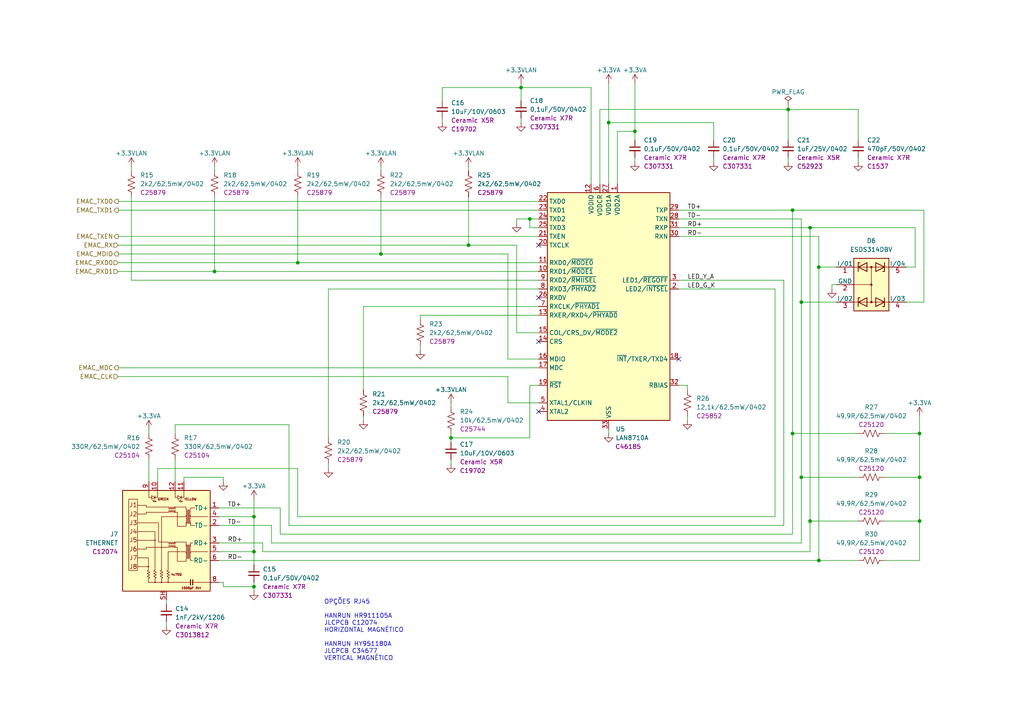
<source format=kicad_sch>
(kicad_sch (version 20231120) (generator "eeschema") (generator_version "8.0")
  (paper "A4")
  (title_block (title "ESP 16x 24VDC Input 16x 24VDC Output Module") (date "2024-11-06") (rev "V3"))
  (lib_symbols
    (symbol "Device:C_Small" (pin_numbers hide) (pin_names (offset 0.254) hide)
      (property "Reference" "C" (at 0.254 1.778 0))
      (property "Value" "C_Small" (at 0.254 -2.032 0))
      (symbol "C_Small_0_1"
        (polyline (pts (xy -1.524 -0.508) (xy 1.524 -0.508)) (stroke (width 0.3302)))
        (polyline (pts (xy -1.524 0.508) (xy 1.524 0.508)) (stroke (width 0.3048)))
      )
      (symbol "C_Small_1_1"
        (pin passive line (at 0 2.54 270) (length 2.032) (name "~") (number "1"))
        (pin passive line (at 0 -2.54 90) (length 2.032) (name "~") (number "2"))
      )
    )
    (symbol "Device:R_US" (pin_numbers hide) (pin_names (offset 0))
      (property "Reference" "R" (at 2.54 0 90))
      (property "Value" "R_US" (at -2.54 0 90))
      (symbol "R_US_0_1"
        (polyline (pts (xy 0 -2.286) (xy 0 -2.54)))
        (polyline (pts (xy 0 2.286) (xy 0 2.54)))
        (polyline (pts (xy 0 -0.762) (xy 1.016 -1.143) (xy 0 -1.524) (xy -1.016 -1.905) (xy 0 -2.286)))
        (polyline (pts (xy 0 0.762) (xy 1.016 0.381) (xy 0 0) (xy -1.016 -0.381) (xy 0 -0.762)))
        (polyline (pts (xy 0 2.286) (xy 1.016 1.905) (xy 0 1.524) (xy -1.016 1.143) (xy 0 0.762)))
      )
      (symbol "R_US_1_1"
        (pin passive line (at 0 3.81 270) (length 1.27) (name "~") (number "1"))
        (pin passive line (at 0 -3.81 90) (length 1.27) (name "~") (number "2"))
      )
    )
    (symbol "Interface_Ethernet:LAN8710A"
      (property "Reference" "U" (at -13.97 34.29 0))
      (property "Value" "LAN8710A" (at 17.78 34.29 0))
      (symbol "LAN8710A_0_1"
        (rectangle (start -17.78 33.02) (end 17.78 -33.02) (stroke (width 0.254)) (fill (type background)))
      )
      (symbol "LAN8710A_1_1"
        (pin power_in line (at 2.54 35.56 270) (length 2.54) (name "VDD2A") (number "1"))
        (pin bidirectional line (at -20.32 10.16 0) (length 2.54) (name "RXD1/~{MODE1}") (number "10"))
        (pin bidirectional line (at -20.32 12.7 0) (length 2.54) (name "RXD0/~{MODE0}") (number "11"))
        (pin power_in line (at -5.08 35.56 270) (length 2.54) (name "VDDIO") (number "12"))
        (pin bidirectional line (at -20.32 -2.54 0) (length 2.54) (name "RXER/RXD4/~{PHYAD0}") (number "13"))
        (pin output line (at -20.32 -10.16 0) (length 2.54) (name "CRS") (number "14"))
        (pin bidirectional line (at -20.32 -7.62 0) (length 2.54) (name "COL/CRS_DV/~{MODE2}") (number "15"))
        (pin bidirectional line (at -20.32 -15.24 0) (length 2.54) (name "MDIO") (number "16"))
        (pin input line (at -20.32 -17.78 0) (length 2.54) (name "MDC") (number "17"))
        (pin bidirectional line (at 20.32 -15.24 180) (length 2.54) (name "~{INT}/TXER/TXD4") (number "18"))
        (pin input line (at -20.32 -22.86 0) (length 2.54) (name "~{RST}") (number "19"))
        (pin bidirectional line (at 20.32 5.08 180) (length 2.54) (name "LED2/~{INTSEL}") (number "2"))
        (pin output line (at -20.32 17.78 0) (length 2.54) (name "TXCLK") (number "20"))
        (pin input line (at -20.32 20.32 0) (length 2.54) (name "TXEN") (number "21"))
        (pin input line (at -20.32 30.48 0) (length 2.54) (name "TXD0") (number "22"))
        (pin input line (at -20.32 27.94 0) (length 2.54) (name "TXD1") (number "23"))
        (pin input line (at -20.32 25.4 0) (length 2.54) (name "TXD2") (number "24"))
        (pin input line (at -20.32 22.86 0) (length 2.54) (name "TXD3") (number "25"))
        (pin output line (at -20.32 2.54 0) (length 2.54) (name "RXDV") (number "26"))
        (pin power_in line (at 0 35.56 270) (length 2.54) (name "VDD1A") (number "27"))
        (pin bidirectional line (at 20.32 25.4 180) (length 2.54) (name "TXN") (number "28"))
        (pin bidirectional line (at 20.32 27.94 180) (length 2.54) (name "TXP") (number "29"))
        (pin bidirectional line (at 20.32 7.62 180) (length 2.54) (name "LED1/~{REGOFF}") (number "3"))
        (pin bidirectional line (at 20.32 20.32 180) (length 2.54) (name "RXN") (number "30"))
        (pin bidirectional line (at 20.32 22.86 180) (length 2.54) (name "RXP") (number "31"))
        (pin passive line (at 20.32 -22.86 180) (length 2.54) (name "RBIAS") (number "32"))
        (pin power_in line (at 0 -35.56 90) (length 2.54) (name "VSS") (number "33"))
        (pin output line (at -20.32 -30.48 0) (length 2.54) (name "XTAL2") (number "4"))
        (pin input line (at -20.32 -27.94 0) (length 2.54) (name "XTAL1/CLKIN") (number "5"))
        (pin power_in line (at -2.54 35.56 270) (length 2.54) (name "VDDCR") (number "6"))
        (pin bidirectional line (at -20.32 0 0) (length 2.54) (name "RXCLK/~{PHYAD1}") (number "7"))
        (pin bidirectional line (at -20.32 5.08 0) (length 2.54) (name "RXD3/~{PHYAD2}") (number "8"))
        (pin bidirectional line (at -20.32 7.62 0) (length 2.54) (name "RXD2/~{RMIISEL}") (number "9"))
      )
    )
    (symbol "Tales:+3.3VLAN" (power) (pin_names (offset 0))
      (property "Value" "+3.3VLAN" (at 0 3.556 0))
      (symbol "+3.3VLAN_0_1"
        (polyline (pts (xy -0.762 1.27) (xy 0 2.54)))
        (polyline (pts (xy 0 0) (xy 0 2.54)))
        (polyline (pts (xy 0 2.54) (xy 0.762 1.27)))
      )
      (symbol "+3.3VLAN_1_1"
        (pin power_in line (at 0 0 90) (length 0) hide (name "+3.3VLAN") (number "1"))
      )
    )
    (symbol "Tales:ESDS314DBV" (pin_names (offset 0))
      (property "Reference" "D" (at 0 12.7 0))
      (property "Value" "ESDS314DBV" (at 0 10.16 0))
      (symbol "ESDS314DBV_0_1"
        (rectangle (start -5.08 7.62) (end 5.08 -7.62) (stroke (width 0.254)) (fill (type background)))
        (circle (center 0 -5.08) (radius 0.254) (fill (type outline)))
        (polyline (pts (xy -5.08 -5.08) (xy 5.08 -5.08)))
        (polyline (pts (xy -5.08 0) (xy 0 0)))
        (polyline (pts (xy -5.08 5.08) (xy 5.08 5.08)))
        (polyline (pts (xy 0 -5.08) (xy 0 5.08)))
        (polyline (pts (xy -3.81 -6.35) (xy -3.81 -3.81) (xy -3.302 -3.81)) (stroke (width 0.254)))
        (polyline (pts (xy -3.81 3.81) (xy -3.81 6.35) (xy -3.302 6.35)) (stroke (width 0.254)))
        (polyline (pts (xy 3.81 -3.81) (xy 3.81 -6.35) (xy 3.302 -6.35)) (stroke (width 0.254)))
        (polyline (pts (xy 3.81 6.35) (xy 3.81 3.81) (xy 3.302 3.81)) (stroke (width 0.254)))
        (polyline (pts (xy -1.27 -6.35) (xy -3.81 -5.08) (xy -1.27 -3.81) (xy -1.27 -6.35) (xy -1.27 -6.35) (xy -1.27 -6.35)) (stroke (width 0.254)))
        (polyline (pts (xy -1.27 3.81) (xy -3.81 5.08) (xy -1.27 6.35) (xy -1.27 3.81) (xy -1.27 3.81) (xy -1.27 3.81)) (stroke (width 0.254)))
        (polyline (pts (xy 1.27 -3.81) (xy 3.81 -5.08) (xy 1.27 -6.35) (xy 1.27 -3.81) (xy 1.27 -3.81) (xy 1.27 -3.81)) (stroke (width 0.254)))
        (polyline (pts (xy 1.27 6.35) (xy 3.81 5.08) (xy 1.27 3.81) (xy 1.27 6.35) (xy 1.27 6.35) (xy 1.27 6.35)) (stroke (width 0.254)))
        (circle (center 0 0) (radius 0.254) (fill (type outline)))
        (circle (center 0 5.08) (radius 0.254) (fill (type outline)))
        (pin passive line (at -10.16 5.08 0) (length 5.08) (name "I/01") (number "1"))
        (pin passive line (at -10.16 0 0) (length 5.08) (name "GND") (number "2"))
        (pin passive line (at -10.16 -5.08 0) (length 5.08) (name "I/02") (number "3"))
        (pin passive line (at 10.16 -5.08 180) (length 5.08) (name "I/03") (number "4"))
        (pin passive line (at 10.16 5.08 180) (length 5.08) (name "I/04") (number "5"))
      )
    )
    (symbol "Tales:RJ45_HanRun_HR911105A"
      (property "Reference" "J" (at 12.7 13.97 0))
      (property "Value" "RJ45_HanRun_HR911105A" (at 0 -17.78 0))
      (symbol "RJ45_HanRun_HR911105A_0_0"
        (rectangle (start -12.7 12.7) (end 12.7 -16.51) (stroke (width 0.254)) (fill (type background)))
        (polyline (pts (xy -5.207 -9.398) (xy -8.382 -9.398)))
        (polyline (pts (xy -3.302 -13.97) (xy -3.302 -12.827)))
        (polyline (pts (xy -3.302 -1.778) (xy -8.382 -1.778)))
        (polyline (pts (xy -1.397 -13.97) (xy -1.397 -12.827)))
        (polyline (pts (xy 0.508 -13.97) (xy 0.508 -12.827)))
        (polyline (pts (xy 7.62 -13.97) (xy 12.7 -13.97)))
        (polyline (pts (xy 11.938 -5.08) (xy 6.985 -5.08)))
        (polyline (pts (xy 11.938 5.08) (xy 6.985 5.08)))
        (polyline (pts (xy -1.397 -10.414) (xy -1.397 5.08) (xy 5.715 5.08)))
        (polyline (pts (xy 0.508 -10.414) (xy 0.508 -5.08) (xy 5.715 -5.08)))
        (polyline (pts (xy 6.985 -13.97) (xy -5.207 -13.97) (xy -5.207 -12.827)))
        (polyline (pts (xy 0.635 -2.286) (xy -2.286 -2.286) (xy -2.286 3.302) (xy -8.382 3.302)))
        (polyline (pts (xy 0.635 7.874) (xy -5.842 7.874) (xy -5.842 8.382) (xy -8.382 8.382)))
        (text "1000pF 2kV" (at 7.239 -15.621 0) (effects (font (size 0.635 0.635))))
        (text "4x75Ω" (at 2.921 -11.684 0) (effects (font (size 0.635 0.635))))
        (text "GREEN" (at -2.54 10.16 0) (effects (font (size 0.635 0.635)) (justify left)))
        (text "J1" (at -10.795 8.509 0) (effects (font (size 1.27 1.27)) (justify left)))
        (text "J2" (at -10.795 5.842 0) (effects (font (size 1.27 1.27)) (justify left)))
        (text "J3" (at -10.795 3.302 0) (effects (font (size 1.27 1.27)) (justify left)))
        (text "J4" (at -10.795 0.762 0) (effects (font (size 1.27 1.27)) (justify left)))
        (text "J5" (at -10.795 -1.651 0) (effects (font (size 1.27 1.27)) (justify left)))
        (text "J6" (at -10.795 -4.318 0) (effects (font (size 1.27 1.27)) (justify left)))
        (text "J7" (at -10.795 -6.858 0) (effects (font (size 1.27 1.27)) (justify left)))
        (text "J8" (at -10.795 -9.398 0) (effects (font (size 1.27 1.27)) (justify left)))
        (text "YELLOW" (at 5.08 10.16 0) (effects (font (size 0.635 0.635)) (justify left)))
      )
      (symbol "RJ45_HanRun_HR911105A_0_1"
        (rectangle (start -8.382 -10.541) (end -10.922 10.16))
        (circle (center -5.207 -9.398) (radius 0.127) (fill (type outline)))
        (circle (center -3.302 -13.97) (radius 0.127) (fill (type outline)))
        (circle (center -3.302 -1.778) (radius 0.127) (fill (type outline)))
        (circle (center -1.397 -13.97) (radius 0.127) (fill (type outline)))
        (polyline (pts (xy -3.556 9.398) (xy -4.064 9.906)))
        (polyline (pts (xy -3.302 11.176) (xy -3.302 10.16)))
        (polyline (pts (xy -3.048 9.398) (xy -3.556 9.906)))
        (polyline (pts (xy 0.635 -3.302) (xy 2.667 -3.302)))
        (polyline (pts (xy 0.635 6.858) (xy 2.667 6.858)))
        (polyline (pts (xy 2.667 -2.794) (xy 0.635 -2.794)))
        (polyline (pts (xy 2.667 7.366) (xy 0.635 7.366)))
        (polyline (pts (xy 4.064 9.398) (xy 3.556 9.906)))
        (polyline (pts (xy 4.318 11.176) (xy 4.318 10.16)))
        (polyline (pts (xy 4.572 9.398) (xy 4.064 9.906)))
        (polyline (pts (xy 6.223 -3.048) (xy 6.223 -7.112)))
        (polyline (pts (xy 6.223 7.112) (xy 6.223 3.048)))
        (polyline (pts (xy 6.477 -7.112) (xy 6.477 -3.048)))
        (polyline (pts (xy 6.477 3.048) (xy 6.477 7.112)))
        (polyline (pts (xy 6.985 -14.732) (xy 6.985 -13.208)) (stroke (width 0.3048)))
        (polyline (pts (xy 7.62 -14.732) (xy 7.62 -13.208)) (stroke (width 0.3048)))
        (polyline (pts (xy -5.207 -10.414) (xy -5.207 -6.858) (xy -8.382 -6.858)))
        (polyline (pts (xy -5.08 12.7) (xy -5.08 10.668) (xy -4.318 10.668)))
        (polyline (pts (xy -3.556 9.652) (xy -3.556 9.398) (xy -3.81 9.398)))
        (polyline (pts (xy -3.302 -10.414) (xy -3.302 0.762) (xy -8.382 0.762)))
        (polyline (pts (xy -3.048 9.652) (xy -3.048 9.398) (xy -3.302 9.398)))
        (polyline (pts (xy -2.54 12.7) (xy -2.54 10.668) (xy -3.302 10.668)))
        (polyline (pts (xy 2.54 12.7) (xy 2.54 10.668) (xy 3.302 10.668)))
        (polyline (pts (xy 2.667 -2.286) (xy 5.715 -2.286) (xy 5.715 -3.048)))
        (polyline (pts (xy 2.667 7.874) (xy 5.715 7.874) (xy 5.715 7.112)))
        (polyline (pts (xy 4.064 9.652) (xy 4.064 9.398) (xy 3.81 9.398)))
        (polyline (pts (xy 4.572 9.652) (xy 4.572 9.398) (xy 4.318 9.398)))
        (polyline (pts (xy 5.08 12.7) (xy 5.08 10.668) (xy 4.318 10.668)))
        (polyline (pts (xy 6.985 -7.112) (xy 6.985 -7.62) (xy 7.62 -7.62)))
        (polyline (pts (xy 6.985 -3.048) (xy 6.985 -2.54) (xy 7.62 -2.54)))
        (polyline (pts (xy 6.985 3.048) (xy 6.985 2.54) (xy 8.255 2.54)))
        (polyline (pts (xy 6.985 7.112) (xy 6.985 7.62) (xy 8.255 7.62)))
        (polyline (pts (xy -3.302 10.668) (xy -4.318 11.176) (xy -4.318 10.16) (xy -3.302 10.668)))
        (polyline (pts (xy 0.635 -3.81) (xy -5.842 -3.81) (xy -5.842 -4.318) (xy -8.382 -4.318)))
        (polyline (pts (xy 0.635 6.35) (xy -5.842 6.35) (xy -5.842 5.842) (xy -8.382 5.842)))
        (polyline (pts (xy 4.318 10.668) (xy 3.302 11.176) (xy 3.302 10.16) (xy 4.318 10.668)))
        (polyline (pts (xy 5.715 -7.112) (xy 5.715 -7.874) (xy 3.175 -7.874) (xy 3.175 -3.81) (xy 2.667 -3.81)))
        (polyline (pts (xy 5.715 3.048) (xy 5.715 2.286) (xy 3.175 2.286) (xy 3.175 6.35) (xy 2.667 6.35)))
        (polyline (pts (xy -5.207 -12.827) (xy -4.826 -12.573) (xy -5.588 -12.192) (xy -4.826 -11.811) (xy -5.588 -11.43) (xy -4.826 -11.049) (xy -5.588 -10.668) (xy -5.207 -10.414)))
        (polyline (pts (xy -3.302 -12.827) (xy -2.921 -12.573) (xy -3.683 -12.192) (xy -2.921 -11.811) (xy -3.683 -11.43) (xy -2.921 -11.049) (xy -3.683 -10.668) (xy -3.302 -10.414)))
        (polyline (pts (xy -1.397 -12.827) (xy -1.016 -12.573) (xy -1.778 -12.192) (xy -1.016 -11.811) (xy -1.778 -11.43) (xy -1.016 -11.049) (xy -1.778 -10.668) (xy -1.397 -10.414)))
        (polyline (pts (xy 0.508 -12.827) (xy 0.889 -12.573) (xy 0.127 -12.192) (xy 0.889 -11.811) (xy 0.127 -11.43) (xy 0.889 -11.049) (xy 0.127 -10.668) (xy 0.508 -10.414)))
        (circle (center 0.508 -13.97) (radius 0.127) (fill (type outline)))
        (arc (start 0.635 -2.286) (mid 0.889 -2.5389) (end 1.143 -2.286))
        (arc (start 0.635 7.874) (mid 0.889 7.6211) (end 1.143 7.874))
        (arc (start 1.143 -3.81) (mid 0.889 -3.5571) (end 0.635 -3.81))
        (arc (start 1.143 -2.286) (mid 1.397 -2.5389) (end 1.651 -2.286))
        (arc (start 1.143 6.35) (mid 0.889 6.6029) (end 0.635 6.35))
        (arc (start 1.143 7.874) (mid 1.397 7.6211) (end 1.651 7.874))
        (arc (start 1.651 -3.81) (mid 1.397 -3.5571) (end 1.143 -3.81))
        (arc (start 1.651 -2.286) (mid 1.905 -2.5389) (end 2.159 -2.286))
        (arc (start 1.651 6.35) (mid 1.397 6.6029) (end 1.143 6.35))
        (arc (start 1.651 7.874) (mid 1.905 7.6211) (end 2.159 7.874))
        (arc (start 2.159 -3.81) (mid 1.905 -3.5571) (end 1.651 -3.81))
        (arc (start 2.159 -2.286) (mid 2.413 -2.5389) (end 2.667 -2.286))
        (arc (start 2.159 6.35) (mid 1.905 6.6029) (end 1.651 6.35))
        (arc (start 2.159 7.874) (mid 2.413 7.6211) (end 2.667 7.874))
        (circle (center 2.413 -3.8354) (radius 0.0762) (stroke (width 0.0254)) (fill (type outline)))
        (circle (center 2.413 -2.2606) (radius 0.0762) (stroke (width 0.0254)) (fill (type outline)))
        (circle (center 2.413 6.3246) (radius 0.0762) (stroke (width 0.0254)) (fill (type outline)))
        (circle (center 2.413 7.8994) (radius 0.0762) (stroke (width 0.0254)) (fill (type outline)))
        (arc (start 2.667 -3.81) (mid 2.413 -3.5571) (end 2.159 -3.81))
        (arc (start 2.667 6.35) (mid 2.413 6.6029) (end 2.159 6.35))
        (arc (start 5.715 -7.112) (mid 5.9679 -6.858) (end 5.715 -6.604))
        (arc (start 5.715 -6.604) (mid 5.9679 -6.35) (end 5.715 -6.096))
        (arc (start 5.715 -6.096) (mid 5.9679 -5.842) (end 5.715 -5.588))
        (arc (start 5.715 -5.588) (mid 5.9679 -5.334) (end 5.715 -5.08))
        (circle (center 5.715 -5.334) (radius 0.0762) (stroke (width 0.0254)) (fill (type outline)))
        (arc (start 5.715 -5.08) (mid 5.9679 -4.826) (end 5.715 -4.572))
        (arc (start 5.715 -4.572) (mid 5.9679 -4.318) (end 5.715 -4.064))
        (arc (start 5.715 -4.064) (mid 5.9679 -3.81) (end 5.715 -3.556))
        (arc (start 5.715 -3.556) (mid 5.9679 -3.302) (end 5.715 -3.048))
        (circle (center 5.715 -3.302) (radius 0.0762) (stroke (width 0.0254)) (fill (type outline)))
        (arc (start 5.715 3.048) (mid 5.9679 3.302) (end 5.715 3.556))
        (circle (center 5.715 3.302) (radius 0.0762) (stroke (width 0.0254)) (fill (type outline)))
        (arc (start 5.715 3.556) (mid 5.9679 3.81) (end 5.715 4.064))
        (arc (start 5.715 4.064) (mid 5.9679 4.318) (end 5.715 4.572))
        (arc (start 5.715 4.572) (mid 5.9679 4.826) (end 5.715 5.08))
        (arc (start 5.715 5.08) (mid 5.9679 5.334) (end 5.715 5.588))
        (circle (center 5.715 5.334) (radius 0.0762) (stroke (width 0.0254)) (fill (type outline)))
        (arc (start 5.715 5.588) (mid 5.9679 5.842) (end 5.715 6.096))
        (arc (start 5.715 6.096) (mid 5.9679 6.35) (end 5.715 6.604))
        (arc (start 5.715 6.604) (mid 5.9679 6.858) (end 5.715 7.112))
        (arc (start 6.985 -6.604) (mid 6.7321 -6.858) (end 6.985 -7.112))
        (arc (start 6.985 -6.096) (mid 6.7321 -6.35) (end 6.985 -6.604))
        (arc (start 6.985 -5.588) (mid 6.7321 -5.842) (end 6.985 -6.096))
        (circle (center 6.985 -5.334) (radius 0.0762) (stroke (width 0.0254)) (fill (type outline)))
        (arc (start 6.985 -5.08) (mid 6.7321 -5.334) (end 6.985 -5.588))
        (arc (start 6.985 -4.572) (mid 6.7321 -4.826) (end 6.985 -5.08))
        (arc (start 6.985 -4.064) (mid 6.7321 -4.318) (end 6.985 -4.572))
        (arc (start 6.985 -3.556) (mid 6.7321 -3.81) (end 6.985 -4.064))
        (circle (center 6.985 -3.302) (radius 0.0762) (stroke (width 0.0254)) (fill (type outline)))
        (arc (start 6.985 -3.048) (mid 6.7321 -3.302) (end 6.985 -3.556))
        (circle (center 6.985 3.302) (radius 0.0762) (stroke (width 0.0254)) (fill (type outline)))
        (arc (start 6.985 3.556) (mid 6.7321 3.302) (end 6.985 3.048))
        (arc (start 6.985 4.064) (mid 6.7321 3.81) (end 6.985 3.556))
        (arc (start 6.985 4.572) (mid 6.7321 4.318) (end 6.985 4.064))
        (arc (start 6.985 5.08) (mid 6.7321 4.826) (end 6.985 4.572))
        (circle (center 6.985 5.334) (radius 0.0762) (stroke (width 0.0254)) (fill (type outline)))
        (arc (start 6.985 5.588) (mid 6.7321 5.334) (end 6.985 5.08))
        (arc (start 6.985 6.096) (mid 6.7321 5.842) (end 6.985 5.588))
        (arc (start 6.985 6.604) (mid 6.7321 6.35) (end 6.985 6.096))
        (arc (start 6.985 7.112) (mid 6.7321 6.858) (end 6.985 6.604))
      )
      (symbol "RJ45_HanRun_HR911105A_1_1"
        (pin passive line (at 15.24 7.62 180) (length 2.54) (name "TD+") (number "1"))
        (pin passive line (at -2.54 15.24 270) (length 2.54) (name "~") (number "10"))
        (pin passive line (at 5.08 15.24 270) (length 2.54) (name "~") (number "11"))
        (pin passive line (at 2.54 15.24 270) (length 2.54) (name "~") (number "12"))
        (pin passive line (at 15.24 2.54 180) (length 2.54) (name "TD-") (number "2"))
        (pin passive line (at 15.24 -2.54 180) (length 2.54) (name "RD+") (number "3"))
        (pin passive line (at 15.24 5.08 180) (length 2.54) (name "~") (number "4"))
        (pin passive line (at 15.24 -5.08 180) (length 2.54) (name "~") (number "5"))
        (pin passive line (at 15.24 -7.62 180) (length 2.54) (name "RD-") (number "6"))
        (pin no_connect line (at 12.7 -11.43 180) (length 2.54) hide (name "NC") (number "7"))
        (pin passive line (at 15.24 -13.97 180) (length 2.54) (name "~") (number "8"))
        (pin passive line (at -5.08 15.24 270) (length 2.54) (name "~") (number "9"))
        (pin passive line (at 0 -19.05 90) (length 2.54) (name "~") (number "SH"))
      )
    )
    (symbol "power:+3.3VA" (power) (pin_names (offset 0))
      (property "Value" "+3.3VA" (at 0 3.556 0))
      (symbol "+3.3VA_0_1"
        (polyline (pts (xy -0.762 1.27) (xy 0 2.54)))
        (polyline (pts (xy 0 0) (xy 0 2.54)))
        (polyline (pts (xy 0 2.54) (xy 0.762 1.27)))
      )
      (symbol "+3.3VA_1_1"
        (pin power_in line (at 0 0 90) (length 0) hide (name "+3.3VA") (number "1"))
      )
    )
    (symbol "power:GND" (power) (pin_names (offset 0))
      (property "Value" "GND" (at 0 -3.81 0))
      (symbol "GND_0_1"
        (polyline (pts (xy 0 0) (xy 0 -1.27) (xy 1.27 -1.27) (xy 0 -2.54) (xy -1.27 -1.27) (xy 0 -1.27)))
      )
      (symbol "GND_1_1"
        (pin power_in line (at 0 0 270) (length 0) hide (name "GND") (number "1"))
      )
    )
    (symbol "power:PWR_FLAG" (power) (pin_numbers hide) (pin_names (offset 0) hide)
      (property "Value" "PWR_FLAG" (at 0 3.81 0))
      (symbol "PWR_FLAG_0_0"
        (pin power_out line (at 0 0 90) (length 0) (name "pwr") (number "1"))
      )
      (symbol "PWR_FLAG_0_1"
        (polyline (pts (xy 0 0) (xy 0 1.27) (xy -1.016 1.905) (xy 0 2.54) (xy 1.016 1.905) (xy 0 1.27)))
      )
    )
  )
  (junction (at 266.7 125.73))
  (junction (at 232.41 138.43))
  (junction (at 229.87 60.96))
  (junction (at 73.66 160.02))
  (junction (at 266.7 138.43))
  (junction (at 110.49 73.66))
  (junction (at 151.13 25.4))
  (junction (at 176.53 35.56))
  (junction (at 234.95 151.13))
  (junction (at 73.66 149.86))
  (junction (at 86.36 76.2))
  (junction (at 266.7 151.13))
  (junction (at 229.87 125.73))
  (junction (at 153.67 63.5))
  (junction (at 135.89 71.12))
  (junction (at 237.49 162.56))
  (junction (at 232.41 87.63))
  (junction (at 130.81 127))
  (junction (at 62.23 78.74))
  (junction (at 237.49 77.47))
  (junction (at 184.15 38.1))
  (junction (at 228.6 31.75))
  (junction (at 234.95 66.04))
  (junction (at 73.66 170.18))
  (no_connect (at 156.21 99.06))
  (no_connect (at 156.21 86.36))
  (no_connect (at 196.85 104.14))
  (no_connect (at 156.21 71.12))
  (no_connect (at 156.21 119.38))
  (wire (pts (xy 176.53 35.56) (xy 176.53 53.34)))
  (wire (pts (xy 34.29 71.12) (xy 135.89 71.12)))
  (wire (pts (xy 128.27 25.4) (xy 151.13 25.4)))
  (wire (pts (xy 64.77 138.43) (xy 64.77 139.7)))
  (wire (pts (xy 34.29 78.74) (xy 62.23 78.74)))
  (wire (pts (xy 171.45 25.4) (xy 171.45 53.34)))
  (wire (pts (xy 64.77 170.18) (xy 64.77 168.91)))
  (wire (pts (xy 241.3 82.55) (xy 242.57 82.55)))
  (wire (pts (xy 256.54 125.73) (xy 266.7 125.73)))
  (wire (pts (xy 228.6 31.75) (xy 248.92 31.75)))
  (wire (pts (xy 34.29 106.68) (xy 156.21 106.68)))
  (wire (pts (xy 38.1 48.26) (xy 38.1 49.53)))
  (wire (pts (xy 234.95 151.13) (xy 234.95 160.02)))
  (wire (pts (xy 237.49 77.47) (xy 237.49 162.56)))
  (wire (pts (xy 173.99 53.34) (xy 173.99 31.75)))
  (wire (pts (xy 266.7 151.13) (xy 266.7 162.56)))
  (wire (pts (xy 86.36 76.2) (xy 156.21 76.2)))
  (wire (pts (xy 156.21 111.76) (xy 153.67 111.76)))
  (wire (pts (xy 156.21 96.52) (xy 149.86 96.52)))
  (wire (pts (xy 83.82 123.19) (xy 83.82 152.4)))
  (wire (pts (xy 81.28 154.94) (xy 229.87 154.94)))
  (wire (pts (xy 179.07 38.1) (xy 179.07 53.34)))
  (wire (pts (xy 153.67 63.5) (xy 149.86 63.5)))
  (wire (pts (xy 135.89 71.12) (xy 135.89 57.15)))
  (wire (pts (xy 34.29 68.58) (xy 156.21 68.58)))
  (wire (pts (xy 153.67 66.04) (xy 153.67 63.5)))
  (wire (pts (xy 62.23 48.26) (xy 62.23 49.53)))
  (wire (pts (xy 43.18 124.46) (xy 43.18 125.73)))
  (wire (pts (xy 95.25 134.62) (xy 95.25 135.89)))
  (wire (pts (xy 128.27 29.21) (xy 128.27 25.4)))
  (wire (pts (xy 105.41 120.65) (xy 105.41 121.92)))
  (wire (pts (xy 34.29 76.2) (xy 86.36 76.2)))
  (wire (pts (xy 130.81 133.35) (xy 130.81 134.62)))
  (wire (pts (xy 121.92 91.44) (xy 121.92 92.71)))
  (wire (pts (xy 262.89 77.47) (xy 265.43 77.47)))
  (wire (pts (xy 53.34 138.43) (xy 53.34 139.7)))
  (wire (pts (xy 267.97 87.63) (xy 267.97 60.96)))
  (wire (pts (xy 38.1 57.15) (xy 38.1 81.28)))
  (wire (pts (xy 266.7 125.73) (xy 266.7 138.43)))
  (wire (pts (xy 64.77 168.91) (xy 63.5 168.91)))
  (wire (pts (xy 147.32 104.14) (xy 156.21 104.14)))
  (wire (pts (xy 176.53 24.13) (xy 176.53 35.56)))
  (wire (pts (xy 199.39 111.76) (xy 196.85 111.76)))
  (wire (pts (xy 234.95 151.13) (xy 248.92 151.13)))
  (wire (pts (xy 62.23 78.74) (xy 156.21 78.74)))
  (wire (pts (xy 196.85 68.58) (xy 237.49 68.58)))
  (wire (pts (xy 229.87 125.73) (xy 229.87 154.94)))
  (wire (pts (xy 34.29 109.22) (xy 147.32 109.22)))
  (wire (pts (xy 43.18 133.35) (xy 43.18 139.7)))
  (wire (pts (xy 81.28 147.32) (xy 81.28 154.94)))
  (wire (pts (xy 266.7 162.56) (xy 256.54 162.56)))
  (wire (pts (xy 45.72 135.89) (xy 86.36 135.89)))
  (wire (pts (xy 151.13 34.29) (xy 151.13 35.56)))
  (wire (pts (xy 151.13 25.4) (xy 151.13 29.21)))
  (wire (pts (xy 130.81 116.84) (xy 130.81 118.11)))
  (wire (pts (xy 153.67 127) (xy 130.81 127)))
  (wire (pts (xy 83.82 152.4) (xy 227.33 152.4)))
  (wire (pts (xy 86.36 57.15) (xy 86.36 76.2)))
  (wire (pts (xy 207.01 45.72) (xy 207.01 46.99)))
  (wire (pts (xy 228.6 31.75) (xy 228.6 40.64)))
  (wire (pts (xy 176.53 124.46) (xy 176.53 125.73)))
  (wire (pts (xy 50.8 139.7) (xy 50.8 133.35)))
  (wire (pts (xy 128.27 34.29) (xy 128.27 35.56)))
  (wire (pts (xy 228.6 30.48) (xy 228.6 31.75)))
  (wire (pts (xy 45.72 139.7) (xy 45.72 135.89)))
  (wire (pts (xy 62.23 57.15) (xy 62.23 78.74)))
  (wire (pts (xy 229.87 125.73) (xy 248.92 125.73)))
  (wire (pts (xy 237.49 68.58) (xy 237.49 77.47)))
  (wire (pts (xy 78.74 152.4) (xy 78.74 157.48)))
  (wire (pts (xy 63.5 147.32) (xy 81.28 147.32)))
  (wire (pts (xy 237.49 162.56) (xy 248.92 162.56)))
  (wire (pts (xy 149.86 71.12) (xy 135.89 71.12)))
  (wire (pts (xy 151.13 25.4) (xy 171.45 25.4)))
  (wire (pts (xy 110.49 57.15) (xy 110.49 73.66)))
  (wire (pts (xy 228.6 45.72) (xy 228.6 46.99)))
  (wire (pts (xy 76.2 157.48) (xy 76.2 160.02)))
  (wire (pts (xy 48.26 180.34) (xy 48.26 181.61)))
  (wire (pts (xy 229.87 60.96) (xy 229.87 125.73)))
  (wire (pts (xy 265.43 77.47) (xy 265.43 66.04)))
  (wire (pts (xy 147.32 73.66) (xy 147.32 104.14)))
  (wire (pts (xy 64.77 138.43) (xy 53.34 138.43)))
  (wire (pts (xy 266.7 138.43) (xy 266.7 151.13)))
  (wire (pts (xy 256.54 151.13) (xy 266.7 151.13)))
  (wire (pts (xy 248.92 31.75) (xy 248.92 40.64)))
  (wire (pts (xy 130.81 125.73) (xy 130.81 127)))
  (wire (pts (xy 34.29 73.66) (xy 110.49 73.66)))
  (wire (pts (xy 86.36 48.26) (xy 86.36 49.53)))
  (wire (pts (xy 153.67 111.76) (xy 153.67 127)))
  (wire (pts (xy 63.5 152.4) (xy 78.74 152.4)))
  (wire (pts (xy 73.66 170.18) (xy 73.66 171.45)))
  (wire (pts (xy 130.81 127) (xy 130.81 128.27)))
  (wire (pts (xy 149.86 96.52) (xy 149.86 71.12)))
  (wire (pts (xy 229.87 60.96) (xy 196.85 60.96)))
  (wire (pts (xy 173.99 31.75) (xy 228.6 31.75)))
  (wire (pts (xy 110.49 73.66) (xy 147.32 73.66)))
  (wire (pts (xy 105.41 88.9) (xy 105.41 113.03)))
  (wire (pts (xy 86.36 135.89) (xy 86.36 149.86)))
  (wire (pts (xy 199.39 113.03) (xy 199.39 111.76)))
  (wire (pts (xy 241.3 83.82) (xy 241.3 82.55)))
  (wire (pts (xy 50.8 123.19) (xy 83.82 123.19)))
  (wire (pts (xy 63.5 162.56) (xy 237.49 162.56)))
  (wire (pts (xy 78.74 157.48) (xy 232.41 157.48)))
  (wire (pts (xy 224.79 149.86) (xy 224.79 83.82)))
  (wire (pts (xy 265.43 66.04) (xy 234.95 66.04)))
  (wire (pts (xy 95.25 83.82) (xy 95.25 127)))
  (wire (pts (xy 232.41 138.43) (xy 248.92 138.43)))
  (wire (pts (xy 34.29 60.96) (xy 156.21 60.96)))
  (wire (pts (xy 73.66 168.91) (xy 73.66 170.18)))
  (wire (pts (xy 156.21 63.5) (xy 153.67 63.5)))
  (wire (pts (xy 48.26 173.99) (xy 48.26 175.26)))
  (wire (pts (xy 232.41 63.5) (xy 196.85 63.5)))
  (wire (pts (xy 110.49 48.26) (xy 110.49 49.53)))
  (wire (pts (xy 121.92 100.33) (xy 121.92 101.6)))
  (wire (pts (xy 184.15 38.1) (xy 184.15 40.64)))
  (wire (pts (xy 156.21 116.84) (xy 147.32 116.84)))
  (wire (pts (xy 64.77 170.18) (xy 73.66 170.18)))
  (wire (pts (xy 149.86 63.5) (xy 149.86 64.77)))
  (wire (pts (xy 267.97 60.96) (xy 229.87 60.96)))
  (wire (pts (xy 248.92 45.72) (xy 248.92 46.99)))
  (wire (pts (xy 156.21 66.04) (xy 153.67 66.04)))
  (wire (pts (xy 196.85 81.28) (xy 227.33 81.28)))
  (wire (pts (xy 73.66 144.78) (xy 73.66 149.86)))
  (wire (pts (xy 76.2 160.02) (xy 234.95 160.02)))
  (wire (pts (xy 34.29 58.42) (xy 156.21 58.42)))
  (wire (pts (xy 256.54 138.43) (xy 266.7 138.43)))
  (wire (pts (xy 151.13 24.13) (xy 151.13 25.4)))
  (wire (pts (xy 86.36 149.86) (xy 224.79 149.86)))
  (wire (pts (xy 156.21 91.44) (xy 121.92 91.44)))
  (wire (pts (xy 207.01 35.56) (xy 207.01 40.64)))
  (wire (pts (xy 176.53 35.56) (xy 207.01 35.56)))
  (wire (pts (xy 95.25 83.82) (xy 156.21 83.82)))
  (wire (pts (xy 227.33 152.4) (xy 227.33 81.28)))
  (wire (pts (xy 266.7 120.65) (xy 266.7 125.73)))
  (wire (pts (xy 105.41 88.9) (xy 156.21 88.9)))
  (wire (pts (xy 237.49 77.47) (xy 242.57 77.47)))
  (wire (pts (xy 184.15 45.72) (xy 184.15 46.99)))
  (wire (pts (xy 232.41 87.63) (xy 242.57 87.63)))
  (wire (pts (xy 179.07 38.1) (xy 184.15 38.1)))
  (wire (pts (xy 232.41 87.63) (xy 232.41 138.43)))
  (wire (pts (xy 232.41 63.5) (xy 232.41 87.63)))
  (wire (pts (xy 135.89 48.26) (xy 135.89 49.53)))
  (wire (pts (xy 73.66 160.02) (xy 73.66 149.86)))
  (wire (pts (xy 232.41 138.43) (xy 232.41 157.48)))
  (wire (pts (xy 63.5 160.02) (xy 73.66 160.02)))
  (wire (pts (xy 63.5 157.48) (xy 76.2 157.48)))
  (wire (pts (xy 38.1 81.28) (xy 156.21 81.28)))
  (wire (pts (xy 184.15 24.13) (xy 184.15 38.1)))
  (wire (pts (xy 196.85 83.82) (xy 224.79 83.82)))
  (wire (pts (xy 147.32 116.84) (xy 147.32 109.22)))
  (wire (pts (xy 199.39 120.65) (xy 199.39 121.92)))
  (wire (pts (xy 196.85 66.04) (xy 234.95 66.04)))
  (wire (pts (xy 50.8 125.73) (xy 50.8 123.19)))
  (wire (pts (xy 234.95 66.04) (xy 234.95 151.13)))
  (wire (pts (xy 73.66 160.02) (xy 73.66 163.83)))
  (wire (pts (xy 262.89 87.63) (xy 267.97 87.63)))
  (wire (pts (xy 73.66 149.86) (xy 63.5 149.86)))
  (text "OPÇÕES RJ45\n\nHANRUN HR911105A\nJLCPCB C12074\nHORIZONTAL MAGNÉTICO\n\nHANRUN HY951180A\nJLCPCB C34677\nVERTICAL MAGNÉTICO" (at 93.98 191.77 0) (effects (font (size 1.27 1.27)) (justify left bottom)))
  (label "RD-" (at 66.04 162.56 0))
  (label "LED_Y_A" (at 199.39 81.28 0))
  (label "TD+" (at 66.04 147.32 0))
  (label "TD+" (at 199.39 60.96 0))
  (label "TD-" (at 66.04 152.4 0))
  (label "RD-" (at 199.39 68.58 0))
  (label "RD+" (at 66.04 157.48 0))
  (label "RD+" (at 199.39 66.04 0))
  (label "LED_G_K" (at 199.39 83.82 0))
  (label "TD-" (at 199.39 63.5 0))
  (hierarchical_label "EMAC_MDIO" (shape output) (at 34.29 73.66 180))
  (hierarchical_label "EMAC_TXEN" (shape output) (at 34.29 68.58 180))
  (hierarchical_label "EMAC_CLK" (shape input) (at 34.29 109.22 180))
  (hierarchical_label "EMAC_RXD1" (shape input) (at 34.29 78.74 180))
  (hierarchical_label "EMAC_MDC" (shape output) (at 34.29 106.68 180))
  (hierarchical_label "EMAC_RXD0" (shape input) (at 34.29 76.2 180))
  (hierarchical_label "EMAC_RX" (shape input) (at 34.29 71.12 180))
  (hierarchical_label "EMAC_TXD0" (shape output) (at 34.29 58.42 180))
  (hierarchical_label "EMAC_TXD1" (shape output) (at 34.29 60.96 180))
  (symbol (lib_id "Device:C_Small") (at 207.01 43.18 0) (unit 1)
    (property "Reference" "C20" (at 209.55 40.64 0) (effects (justify left)))
    (property "Value" "0,1uF/50V/0402" (at 209.55 43.18 0) (effects (justify left)))
    (property "Footprint" "Tales:C_0402_1005Metric" (effects (hide yes)))
    (property "Case" "0402/1005" (effects (hide yes)))
    (property "JLCPCB BOM" "1" (effects (hide yes)))
    (property "LCSC Part #" "C307331" (at 209.55 48.2538 0) (effects (justify left)))
    (property "Mfr" "Samsung" (effects (hide yes)))
    (property "Mfr PN" "CL05B104KB54PNC" (effects (hide yes)))
    (property "Technology" "Ceramic X7R" (at 209.55 45.7138 0) (effects (justify left)))
    (property "Vendor" "JLCPCB" (effects (hide yes)))
    (property "Vendor PN" "C307331" (effects (hide yes)))
  )
  (symbol (lib_id "power:GND") (at 184.15 46.99 0) (unit 1)
    (property "Reference" "#PWR057" (effects (hide yes)))
    (property "Value" "GND" (effects (hide yes)))
  )
  (symbol (lib_id "Device:R_US") (at 130.81 121.92 0) (unit 1)
    (property "Reference" "R24" (at 133.35 119.38 0) (effects (justify left)))
    (property "Value" "10k/62,5mW/0402" (at 133.35 121.92 0) (effects (justify left)))
    (property "Footprint" "Tales:R_0402_1005Metric" (effects (hide yes)))
    (property "Case" "0402/1005" (effects (hide yes)))
    (property "Mfr" "Uniroyal" (effects (hide yes)))
    (property "Vendor" "JLCPCB" (effects (hide yes)))
    (property "Mfr PN" "0402WGF1002TCE" (effects (hide yes)))
    (property "Vendor PN" "C25744" (effects (hide yes)))
    (property "LCSC Part #" "C25744" (at 133.35 124.46 0) (effects (justify left)))
    (property "JLCPCB BOM" "1" (effects (hide yes)))
  )
  (symbol (lib_id "power:GND") (at 228.6 46.99 0) (unit 1)
    (property "Reference" "#PWR060" (effects (hide yes)))
    (property "Value" "GND" (effects (hide yes)))
  )
  (symbol (lib_id "Device:R_US") (at 50.8 129.54 0) (unit 1)
    (property "Reference" "R17" (at 53.34 127 0) (effects (justify left)))
    (property "Value" "330R/62,5mW/0402" (at 53.34 129.54 0) (effects (justify left)))
    (property "Footprint" "Tales:R_0402_1005Metric" (effects (hide yes)))
    (property "Case" "0402/1005" (effects (hide yes)))
    (property "Mfr" "Uniroyal" (effects (hide yes)))
    (property "Vendor" "JLCPCB" (effects (hide yes)))
    (property "Mfr PN" "0402WGF3300TCE" (effects (hide yes)))
    (property "Vendor PN" "C25104" (effects (hide yes)))
    (property "LCSC Part #" "C25104" (at 53.34 132.08 0) (effects (justify left)))
    (property "JLCPCB BOM" "1" (effects (hide yes)))
  )
  (symbol (lib_id "Device:C_Small") (at 128.27 31.75 0) (unit 1)
    (property "Reference" "C16" (at 130.81 29.845 0) (effects (justify left)))
    (property "Value" "10uF/10V/0603" (at 130.81 32.385 0) (effects (justify left)))
    (property "Footprint" "Tales:C_0603_1608Metric" (effects (hide yes)))
    (property "Mfr" "Samsung" (effects (hide yes)))
    (property "Mfr PN" "CL10A106KP8NNNC" (effects (hide yes)))
    (property "JLCPCB BOM" "1" (effects (hide yes)))
    (property "LCSC Part #" "C19702" (at 130.81 37.465 0) (effects (justify left)))
    (property "Technology" "Ceramic X5R" (at 130.81 34.925 0) (effects (justify left)))
    (property "Vendor" "JLCPCB" (effects (hide yes)))
    (property "Vendor PN" "C19702" (effects (hide yes)))
    (property "Case" "0603/1608" (effects (hide yes)))
  )
  (symbol (lib_id "Tales:+3.3VLAN") (at 135.89 48.26 0) (unit 1)
    (property "Reference" "#PWR051" (effects (hide yes)))
    (property "Value" "+3.3VLAN" (at 135.89 44.45 0))
  )
  (symbol (lib_id "Device:C_Small") (at 73.66 166.37 0) (unit 1)
    (property "Reference" "C15" (at 76.2 165.1062 0) (effects (justify left)))
    (property "Value" "0,1uF/50V/0402" (at 76.2 167.6462 0) (effects (justify left)))
    (property "Footprint" "Tales:C_0402_1005Metric" (effects (hide yes)))
    (property "Case" "0402/1005" (effects (hide yes)))
    (property "JLCPCB BOM" "1" (effects (hide yes)))
    (property "LCSC Part #" "C307331" (at 76.2 172.72 0) (effects (justify left)))
    (property "Mfr" "Samsung" (effects (hide yes)))
    (property "Mfr PN" "CL05B104KB54PNC" (effects (hide yes)))
    (property "Technology" "Ceramic X7R" (at 76.2 170.18 0) (effects (justify left)))
    (property "Vendor" "JLCPCB" (effects (hide yes)))
    (property "Vendor PN" "C307331" (effects (hide yes)))
  )
  (symbol (lib_id "Device:R_US") (at 62.23 53.34 0) (unit 1)
    (property "Reference" "R18" (at 64.77 50.8 0) (effects (justify left)))
    (property "Value" "2k2/62,5mW/0402" (at 64.77 53.34 0) (effects (justify left)))
    (property "Footprint" "Tales:R_0402_1005Metric" (effects (hide yes)))
    (property "Case" "0402/1005" (effects (hide yes)))
    (property "Mfr" "Uniroyal" (effects (hide yes)))
    (property "Vendor" "JLCPCB" (effects (hide yes)))
    (property "Mfr PN" "0402WGF2201TCE" (effects (hide yes)))
    (property "Vendor PN" "C25879" (effects (hide yes)))
    (property "LCSC Part #" "C25879" (at 64.77 55.88 0) (effects (justify left)))
    (property "JLCPCB BOM" "1" (effects (hide yes)))
  )
  (symbol (lib_id "Device:R_US") (at 135.89 53.34 0) (unit 1)
    (property "Reference" "R25" (at 138.43 50.8 0) (effects (justify left)))
    (property "Value" "2k2/62,5mW/0402" (at 138.43 53.34 0) (effects (justify left)))
    (property "Footprint" "Tales:R_0402_1005Metric" (effects (hide yes)))
    (property "Case" "0402/1005" (effects (hide yes)))
    (property "Mfr" "Uniroyal" (effects (hide yes)))
    (property "Vendor" "JLCPCB" (effects (hide yes)))
    (property "Mfr PN" "0402WGF2201TCE" (effects (hide yes)))
    (property "Vendor PN" "C25879" (effects (hide yes)))
    (property "LCSC Part #" "C25879" (at 138.43 55.88 0) (effects (justify left)))
    (property "JLCPCB BOM" "1" (effects (hide yes)))
  )
  (symbol (lib_id "power:GND") (at 130.81 134.62 0) (unit 1)
    (property "Reference" "#PWR050" (effects (hide yes)))
    (property "Value" "GND" (effects (hide yes)))
  )
  (symbol (lib_id "Device:R_US") (at 86.36 53.34 0) (unit 1)
    (property "Reference" "R19" (at 88.9 50.8 0) (effects (justify left)))
    (property "Value" "2k2/62,5mW/0402" (at 88.9 53.34 0) (effects (justify left)))
    (property "Footprint" "Tales:R_0402_1005Metric" (effects (hide yes)))
    (property "Case" "0402/1005" (effects (hide yes)))
    (property "Mfr" "Uniroyal" (effects (hide yes)))
    (property "Vendor" "JLCPCB" (effects (hide yes)))
    (property "Mfr PN" "0402WGF2201TCE" (effects (hide yes)))
    (property "Vendor PN" "C25879" (effects (hide yes)))
    (property "LCSC Part #" "C25879" (at 88.9 55.88 0) (effects (justify left)))
    (property "JLCPCB BOM" "1" (effects (hide yes)))
  )
  (symbol (lib_id "power:GND") (at 105.41 121.92 0) (unit 1)
    (property "Reference" "#PWR045" (effects (hide yes)))
    (property "Value" "GND" (effects (hide yes)))
  )
  (symbol (lib_id "Device:C_Small") (at 48.26 177.8 0) (unit 1)
    (property "Reference" "C14" (at 50.8 176.5362 0) (effects (justify left)))
    (property "Value" "1nF/2kV/1206" (at 50.8 179.0762 0) (effects (justify left)))
    (property "Footprint" "Tales:C_1206_3216Metric" (effects (hide yes)))
    (property "Case" "1206/3216" (effects (hide yes)))
    (property "JLCPCB BOM" "1" (effects (hide yes)))
    (property "LCSC Part #" "C3013812" (at 50.8 184.15 0) (effects (justify left)))
    (property "Mfr" "Vishay" (effects (hide yes)))
    (property "Mfr PN" "VJ1206Y102MXFAT4X" (effects (hide yes)))
    (property "Technology" "Ceramic X7R" (at 50.8 181.61 0) (effects (justify left)))
    (property "Vendor" "JLCPCB" (effects (hide yes)))
    (property "Vendor PN" "C3013812" (effects (hide yes)))
  )
  (symbol (lib_id "Device:R_US") (at 43.18 129.54 0) (unit 1)
    (property "Reference" "R16" (at 40.64 127 0) (effects (justify right)))
    (property "Value" "330R/62,5mW/0402" (at 40.64 129.54 0) (effects (justify right)))
    (property "Footprint" "Tales:R_0402_1005Metric" (effects (hide yes)))
    (property "Case" "0402/1005" (effects (hide yes)))
    (property "Mfr" "Uniroyal" (effects (hide yes)))
    (property "Vendor" "JLCPCB" (effects (hide yes)))
    (property "Mfr PN" "0402WGF3300TCE" (effects (hide yes)))
    (property "Vendor PN" "C25104" (effects (hide yes)))
    (property "LCSC Part #" "C25104" (at 40.64 132.08 0) (effects (justify right)))
    (property "JLCPCB BOM" "1" (effects (hide yes)))
  )
  (symbol (lib_id "power:GND") (at 121.92 101.6 0) (unit 1)
    (property "Reference" "#PWR047" (effects (hide yes)))
    (property "Value" "GND" (effects (hide yes)))
  )
  (symbol (lib_id "power:GND") (at 207.01 46.99 0) (unit 1)
    (property "Reference" "#PWR059" (effects (hide yes)))
    (property "Value" "GND" (effects (hide yes)))
  )
  (symbol (lib_id "power:GND") (at 95.25 135.89 0) (unit 1)
    (property "Reference" "#PWR044" (effects (hide yes)))
    (property "Value" "GND" (effects (hide yes)))
  )
  (symbol (lib_id "power:+3.3VA") (at 73.66 144.78 0) (unit 1)
    (property "Reference" "#PWR041" (effects (hide yes)))
    (property "Value" "+3.3VA" (at 73.66 140.97 0))
  )
  (symbol (lib_id "power:GND") (at 151.13 35.56 0) (unit 1)
    (property "Reference" "#PWR054" (effects (hide yes)))
    (property "Value" "GND" (effects (hide yes)))
  )
  (symbol (lib_id "power:GND") (at 241.3 83.82 0) (unit 1)
    (property "Reference" "#PWR061" (effects (hide yes)))
    (property "Value" "GND" (effects (hide yes)))
  )
  (symbol (lib_id "Tales:RJ45_HanRun_HR911105A") (at 48.26 154.94 0) (unit 1)
    (property "Reference" "J7" (at 34.29 154.94 0) (effects (justify right)))
    (property "Value" "ETHERNET" (at 34.29 157.48 0) (effects (justify right)))
    (property "Footprint" "Tales:RJ45_HanRun_HR911105A" (effects (hide yes)))
    (property "JLCPCB BOM" "1" (effects (hide yes)))
    (property "LCSC Part #" "C12074" (at 34.29 160.02 0) (effects (justify right)))
    (property "Mfr" "HanRun" (effects (hide yes)))
    (property "Mfr PN" "HR911105A" (effects (hide yes)))
    (property "Vendor" "JLCPCB" (effects (hide yes)))
    (property "Vendor PN" "C12074" (effects (hide yes)))
  )
  (symbol (lib_id "power:GND") (at 73.66 171.45 0) (unit 1)
    (property "Reference" "#PWR042" (effects (hide yes)))
    (property "Value" "GND" (effects (hide yes)))
  )
  (symbol (lib_id "power:PWR_FLAG") (at 228.6 30.48 0) (unit 1)
    (property "Reference" "#FLG06" (effects (hide yes)))
    (property "Value" "PWR_FLAG" (at 228.6 26.67 0))
  )
  (symbol (lib_id "Tales:+3.3VLAN") (at 62.23 48.26 0) (unit 1)
    (property "Reference" "#PWR039" (effects (hide yes)))
    (property "Value" "+3.3VLAN" (at 62.23 44.45 0))
  )
  (symbol (lib_id "power:GND") (at 248.92 46.99 0) (unit 1)
    (property "Reference" "#PWR062" (effects (hide yes)))
    (property "Value" "GND" (effects (hide yes)))
  )
  (symbol (lib_id "Device:R_US") (at 252.73 138.43 90) (unit 1)
    (property "Reference" "R28" (at 252.73 130.81 90))
    (property "Value" "49,9R/62,5mW/0402" (at 252.73 133.35 90))
    (property "Footprint" "Tales:R_0402_1005Metric" (effects (hide yes)))
    (property "Case" "0402/1005" (effects (hide yes)))
    (property "Mfr" "Uniroyal" (effects (hide yes)))
    (property "Vendor" "JLCPCB" (effects (hide yes)))
    (property "Mfr PN" "0402WGF499JTCE" (effects (hide yes)))
    (property "Vendor PN" "C25120" (effects (hide yes)))
    (property "LCSC Part #" "C25120" (at 252.73 135.89 90))
    (property "JLCPCB BOM" "1" (effects (hide yes)))
  )
  (symbol (lib_id "Device:C_Small") (at 228.6 43.18 0) (unit 1)
    (property "Reference" "C21" (at 231.14 40.6462 0) (effects (justify left)))
    (property "Value" "1uF/25V/0402" (at 231.14 43.1862 0) (effects (justify left)))
    (property "Footprint" "Tales:C_0402_1005Metric" (effects (hide yes)))
    (property "Case" "0402/1005" (effects (hide yes)))
    (property "JLCPCB BOM" "1" (effects (hide yes)))
    (property "LCSC Part #" "C52923" (at 231.14 48.26 0) (effects (justify left)))
    (property "Mfr" "Samsung" (effects (hide yes)))
    (property "Mfr PN" "CL05A105KA5NQNC" (effects (hide yes)))
    (property "Technology" "Ceramic X5R" (at 231.14 45.72 0) (effects (justify left)))
    (property "Vendor" "JLCPCB" (effects (hide yes)))
    (property "Vendor PN" "C52923" (effects (hide yes)))
  )
  (symbol (lib_id "Device:R_US") (at 121.92 96.52 0) (unit 1)
    (property "Reference" "R23" (at 124.46 93.98 0) (effects (justify left)))
    (property "Value" "2k2/62,5mW/0402" (at 124.46 96.52 0) (effects (justify left)))
    (property "Footprint" "Tales:R_0402_1005Metric" (effects (hide yes)))
    (property "Case" "0402/1005" (effects (hide yes)))
    (property "Mfr" "Uniroyal" (effects (hide yes)))
    (property "Vendor" "JLCPCB" (effects (hide yes)))
    (property "Mfr PN" "0402WGF2201TCE" (effects (hide yes)))
    (property "Vendor PN" "C25879" (effects (hide yes)))
    (property "LCSC Part #" "C25879" (at 124.46 99.06 0) (effects (justify left)))
    (property "JLCPCB BOM" "1" (effects (hide yes)))
  )
  (symbol (lib_id "Tales:+3.3VLAN") (at 130.81 116.84 0) (unit 1)
    (property "Reference" "#PWR049" (effects (hide yes)))
    (property "Value" "+3.3VLAN" (at 130.81 113.03 0))
  )
  (symbol (lib_id "Device:C_Small") (at 151.13 31.75 0) (unit 1)
    (property "Reference" "C18" (at 153.67 29.21 0) (effects (justify left)))
    (property "Value" "0,1uF/50V/0402" (at 153.67 31.75 0) (effects (justify left)))
    (property "Footprint" "Tales:C_0402_1005Metric" (effects (hide yes)))
    (property "Case" "0402/1005" (effects (hide yes)))
    (property "JLCPCB BOM" "1" (effects (hide yes)))
    (property "LCSC Part #" "C307331" (at 153.67 36.8238 0) (effects (justify left)))
    (property "Mfr" "Samsung" (effects (hide yes)))
    (property "Mfr PN" "CL05B104KB54PNC" (effects (hide yes)))
    (property "Technology" "Ceramic X7R" (at 153.67 34.2838 0) (effects (justify left)))
    (property "Vendor" "JLCPCB" (effects (hide yes)))
    (property "Vendor PN" "C307331" (effects (hide yes)))
  )
  (symbol (lib_id "Device:R_US") (at 252.73 125.73 90) (unit 1)
    (property "Reference" "R27" (at 252.73 118.11 90))
    (property "Value" "49,9R/62,5mW/0402" (at 252.73 120.65 90))
    (property "Footprint" "Tales:R_0402_1005Metric" (effects (hide yes)))
    (property "Case" "0402/1005" (effects (hide yes)))
    (property "Mfr" "Uniroyal" (effects (hide yes)))
    (property "Vendor" "JLCPCB" (effects (hide yes)))
    (property "Mfr PN" "0402WGF499JTCE" (effects (hide yes)))
    (property "Vendor PN" "C25120" (effects (hide yes)))
    (property "LCSC Part #" "C25120" (at 252.73 123.19 90))
    (property "JLCPCB BOM" "1" (effects (hide yes)))
  )
  (symbol (lib_id "power:GND") (at 64.77 139.7 0) (unit 1)
    (property "Reference" "#PWR040" (effects (hide yes)))
    (property "Value" "GND" (effects (hide yes)))
  )
  (symbol (lib_id "Tales:+3.3VLAN") (at 86.36 48.26 0) (unit 1)
    (property "Reference" "#PWR043" (effects (hide yes)))
    (property "Value" "+3.3VLAN" (at 86.36 44.45 0))
  )
  (symbol (lib_id "power:GND") (at 149.86 64.77 0) (unit 1)
    (property "Reference" "#PWR052" (effects (hide yes)))
    (property "Value" "GND" (effects (hide yes)))
  )
  (symbol (lib_id "Device:C_Small") (at 130.81 130.81 0) (unit 1)
    (property "Reference" "C17" (at 133.35 128.905 0) (effects (justify left)))
    (property "Value" "10uF/10V/0603" (at 133.35 131.445 0) (effects (justify left)))
    (property "Footprint" "Tales:C_0603_1608Metric" (effects (hide yes)))
    (property "Mfr" "Samsung" (effects (hide yes)))
    (property "Mfr PN" "CL10A106KP8NNNC" (effects (hide yes)))
    (property "JLCPCB BOM" "1" (effects (hide yes)))
    (property "LCSC Part #" "C19702" (at 133.35 136.525 0) (effects (justify left)))
    (property "Technology" "Ceramic X5R" (at 133.35 133.985 0) (effects (justify left)))
    (property "Vendor" "JLCPCB" (effects (hide yes)))
    (property "Vendor PN" "C19702" (effects (hide yes)))
    (property "Case" "0603/1608" (effects (hide yes)))
  )
  (symbol (lib_id "Device:R_US") (at 105.41 116.84 0) (unit 1)
    (property "Reference" "R21" (at 107.95 114.3 0) (effects (justify left)))
    (property "Value" "2k2/62,5mW/0402" (at 107.95 116.84 0) (effects (justify left)))
    (property "Footprint" "Tales:R_0402_1005Metric" (effects (hide yes)))
    (property "Case" "0402/1005" (effects (hide yes)))
    (property "Mfr" "Uniroyal" (effects (hide yes)))
    (property "Vendor" "JLCPCB" (effects (hide yes)))
    (property "Mfr PN" "0402WGF2201TCE" (effects (hide yes)))
    (property "Vendor PN" "C25879" (effects (hide yes)))
    (property "LCSC Part #" "C25879" (at 107.95 119.38 0) (effects (justify left)))
    (property "JLCPCB BOM" "1" (effects (hide yes)))
  )
  (symbol (lib_id "power:+3.3VA") (at 176.53 24.13 0) (unit 1)
    (property "Reference" "#PWR055" (effects (hide yes)))
    (property "Value" "+3.3VA" (at 176.53 20.32 0))
  )
  (symbol (lib_id "Device:C_Small") (at 248.92 43.18 0) (unit 1)
    (property "Reference" "C22" (at 251.46 40.64 0) (effects (justify left)))
    (property "Value" "470pF/50V/0402" (at 251.46 43.18 0) (effects (justify left)))
    (property "Footprint" "Tales:C_0402_1005Metric" (effects (hide yes)))
    (property "Case" "0402/1005" (effects (hide yes)))
    (property "JLCPCB BOM" "1" (effects (hide yes)))
    (property "LCSC Part #" "C1537" (at 251.46 48.26 0) (effects (justify left)))
    (property "Mfr" "FH" (effects (hide yes)))
    (property "Mfr PN" "0402B471K500NT" (effects (hide yes)))
    (property "Technology" "Ceramic X7R" (at 251.46 45.72 0) (effects (justify left)))
    (property "Vendor" "JLCPCB" (effects (hide yes)))
    (property "Vendor PN" "C1537" (effects (hide yes)))
  )
  (symbol (lib_id "power:GND") (at 199.39 121.92 0) (unit 1)
    (property "Reference" "#PWR058" (effects (hide yes)))
    (property "Value" "GND" (effects (hide yes)))
  )
  (symbol (lib_id "Tales:ESDS314DBV") (at 252.73 82.55 0) (unit 1)
    (property "Reference" "D6" (at 252.73 69.85 0))
    (property "Value" "ESDS314DBV" (at 252.73 72.39 0))
    (property "Footprint" "Tales:SOT-23-5" (effects (hide yes)))
    (property "Vendor" "JLCPCB" (effects (hide yes)))
    (property "Case" "SOT-23-5" (effects (hide yes)))
    (property "JLCPCB BOM" "1" (effects (hide yes)))
    (property "LCSC Part #" "C1847859" (effects (hide yes)))
    (property "Mfr" "Texas Instruments" (effects (hide yes)))
    (property "Mfr PN" "ESDS314DBVR" (effects (hide yes)))
    (property "Vendor PN" "C1847859" (effects (hide yes)))
  )
  (symbol (lib_id "Device:R_US") (at 95.25 130.81 0) (unit 1)
    (property "Reference" "R20" (at 97.79 128.27 0) (effects (justify left)))
    (property "Value" "2k2/62,5mW/0402" (at 97.79 130.81 0) (effects (justify left)))
    (property "Footprint" "Tales:R_0402_1005Metric" (effects (hide yes)))
    (property "Case" "0402/1005" (effects (hide yes)))
    (property "Mfr" "Uniroyal" (effects (hide yes)))
    (property "Vendor" "JLCPCB" (effects (hide yes)))
    (property "Mfr PN" "0402WGF2201TCE" (effects (hide yes)))
    (property "Vendor PN" "C25879" (effects (hide yes)))
    (property "LCSC Part #" "C25879" (at 97.79 133.35 0) (effects (justify left)))
    (property "JLCPCB BOM" "1" (effects (hide yes)))
  )
  (symbol (lib_id "power:+3.3VA") (at 43.18 124.46 0) (unit 1)
    (property "Reference" "#PWR037" (effects (hide yes)))
    (property "Value" "+3.3VA" (at 43.18 120.65 0))
  )
  (symbol (lib_id "power:+3.3VA") (at 266.7 120.65 0) (unit 1)
    (property "Reference" "#PWR063" (effects (hide yes)))
    (property "Value" "+3.3VA" (at 266.7 116.84 0))
  )
  (symbol (lib_id "power:GND") (at 48.26 181.61 0) (unit 1)
    (property "Reference" "#PWR038" (effects (hide yes)))
    (property "Value" "GND" (effects (hide yes)))
  )
  (symbol (lib_id "Device:R_US") (at 252.73 162.56 90) (unit 1)
    (property "Reference" "R30" (at 252.73 154.94 90))
    (property "Value" "49,9R/62,5mW/0402" (at 252.73 157.48 90))
    (property "Footprint" "Tales:R_0402_1005Metric" (effects (hide yes)))
    (property "Case" "0402/1005" (effects (hide yes)))
    (property "Mfr" "Uniroyal" (effects (hide yes)))
    (property "Vendor" "JLCPCB" (effects (hide yes)))
    (property "Mfr PN" "0402WGF499JTCE" (effects (hide yes)))
    (property "Vendor PN" "C25120" (effects (hide yes)))
    (property "LCSC Part #" "C25120" (at 252.73 160.02 90))
    (property "JLCPCB BOM" "1" (effects (hide yes)))
  )
  (symbol (lib_id "Interface_Ethernet:LAN8710A") (at 176.53 88.9 0) (unit 1)
    (property "Reference" "U5" (at 178.5494 124.46 0) (effects (justify left)))
    (property "Value" "LAN8710A" (at 178.5494 127 0) (effects (justify left)))
    (property "Footprint" "Tales:QFN-32-1EP_5x5mm_P0.5mm_EP3.3x3.3mm_ThermalVias" (effects (hide yes)))
    (property "Case" "QFN-32" (effects (hide yes)))
    (property "JLCPCB BOM" "1" (effects (hide yes)))
    (property "LCSC Part #" "C46185" (at 178.435 129.54 0) (effects (justify left)))
    (property "Mfr" "Microchip" (effects (hide yes)))
    (property "Mfr PN" "LAN8710A-EZC-TR" (effects (hide yes)))
    (property "Vendor" "JLCPCB" (effects (hide yes)))
    (property "Vendor PN" "C46185" (effects (hide yes)))
  )
  (symbol (lib_id "power:GND") (at 128.27 35.56 0) (unit 1)
    (property "Reference" "#PWR048" (effects (hide yes)))
    (property "Value" "GND" (effects (hide yes)))
  )
  (symbol (lib_id "Device:R_US") (at 252.73 151.13 90) (unit 1)
    (property "Reference" "R29" (at 252.73 143.51 90))
    (property "Value" "49,9R/62,5mW/0402" (at 252.73 146.05 90))
    (property "Footprint" "Tales:R_0402_1005Metric" (effects (hide yes)))
    (property "Case" "0402/1005" (effects (hide yes)))
    (property "Mfr" "Uniroyal" (effects (hide yes)))
    (property "Vendor" "JLCPCB" (effects (hide yes)))
    (property "Mfr PN" "0402WGF499JTCE" (effects (hide yes)))
    (property "Vendor PN" "C25120" (effects (hide yes)))
    (property "LCSC Part #" "C25120" (at 252.73 148.59 90))
    (property "JLCPCB BOM" "1" (effects (hide yes)))
  )
  (symbol (lib_id "Tales:+3.3VLAN") (at 151.13 24.13 0) (unit 1)
    (property "Reference" "#PWR053" (effects (hide yes)))
    (property "Value" "+3.3VLAN" (at 151.13 20.32 0))
  )
  (symbol (lib_id "Device:C_Small") (at 184.15 43.18 0) (unit 1)
    (property "Reference" "C19" (at 186.69 40.64 0) (effects (justify left)))
    (property "Value" "0,1uF/50V/0402" (at 186.69 43.18 0) (effects (justify left)))
    (property "Footprint" "Tales:C_0402_1005Metric" (effects (hide yes)))
    (property "Case" "0402/1005" (effects (hide yes)))
    (property "JLCPCB BOM" "1" (effects (hide yes)))
    (property "LCSC Part #" "C307331" (at 186.69 48.2538 0) (effects (justify left)))
    (property "Mfr" "Samsung" (effects (hide yes)))
    (property "Mfr PN" "CL05B104KB54PNC" (effects (hide yes)))
    (property "Technology" "Ceramic X7R" (at 186.69 45.7138 0) (effects (justify left)))
    (property "Vendor" "JLCPCB" (effects (hide yes)))
    (property "Vendor PN" "C307331" (effects (hide yes)))
  )
  (symbol (lib_id "power:GND") (at 176.53 125.73 0) (unit 1)
    (property "Reference" "#PWR056" (effects (hide yes)))
    (property "Value" "GND" (effects (hide yes)))
  )
  (symbol (lib_id "Device:R_US") (at 199.39 116.84 0) (unit 1)
    (property "Reference" "R26" (at 201.93 115.5699 0) (effects (justify left)))
    (property "Value" "12,1k/62,5mW/0402" (at 201.93 118.1099 0) (effects (justify left)))
    (property "Footprint" "Tales:R_0402_1005Metric" (effects (hide yes)))
    (property "Case" "0402/1005" (effects (hide yes)))
    (property "JLCPCB BOM" "1" (effects (hide yes)))
    (property "LCSC Part #" "C25852" (at 201.93 120.65 0) (effects (justify left)))
    (property "Mfr" "Uniroyal" (effects (hide yes)))
    (property "Mfr PN" "0402WGF1212TCE" (effects (hide yes)))
    (property "Vendor" "JLCPCB" (effects (hide yes)))
    (property "Vendor PN" "C25852" (effects (hide yes)))
  )
  (symbol (lib_id "Tales:+3.3VLAN") (at 110.49 48.26 0) (unit 1)
    (property "Reference" "#PWR046" (effects (hide yes)))
    (property "Value" "+3.3VLAN" (at 110.49 44.45 0))
  )
  (symbol (lib_id "Tales:+3.3VLAN") (at 38.1 48.26 0) (unit 1)
    (property "Reference" "#PWR036" (effects (hide yes)))
    (property "Value" "+3.3VLAN" (at 38.1 44.45 0))
  )
  (symbol (lib_id "Device:R_US") (at 110.49 53.34 0) (unit 1)
    (property "Reference" "R22" (at 113.03 50.8 0) (effects (justify left)))
    (property "Value" "2k2/62,5mW/0402" (at 113.03 53.34 0) (effects (justify left)))
    (property "Footprint" "Tales:R_0402_1005Metric" (effects (hide yes)))
    (property "Case" "0402/1005" (effects (hide yes)))
    (property "Mfr" "Uniroyal" (effects (hide yes)))
    (property "Vendor" "JLCPCB" (effects (hide yes)))
    (property "Mfr PN" "0402WGF2201TCE" (effects (hide yes)))
    (property "Vendor PN" "C25879" (effects (hide yes)))
    (property "LCSC Part #" "C25879" (at 113.03 55.88 0) (effects (justify left)))
    (property "JLCPCB BOM" "1" (effects (hide yes)))
  )
  (symbol (lib_id "Device:R_US") (at 38.1 53.34 0) (unit 1)
    (property "Reference" "R15" (at 40.64 50.8 0) (effects (justify left)))
    (property "Value" "2k2/62,5mW/0402" (at 40.64 53.34 0) (effects (justify left)))
    (property "Footprint" "Tales:R_0402_1005Metric" (effects (hide yes)))
    (property "Case" "0402/1005" (effects (hide yes)))
    (property "Mfr" "Uniroyal" (effects (hide yes)))
    (property "Vendor" "JLCPCB" (effects (hide yes)))
    (property "Mfr PN" "0402WGF2201TCE" (effects (hide yes)))
    (property "Vendor PN" "C25879" (effects (hide yes)))
    (property "LCSC Part #" "C25879" (at 40.64 55.88 0) (effects (justify left)))
    (property "JLCPCB BOM" "1" (effects (hide yes)))
  )
  (symbol (lib_id "power:+3.3VA") (at 184.15 24.13 0) (unit 1)
    (property "Reference" "#PWR055" (effects (hide yes)))
    (property "Value" "+3.3VA" (at 184.15 20.32 0))
  )
)
</source>
